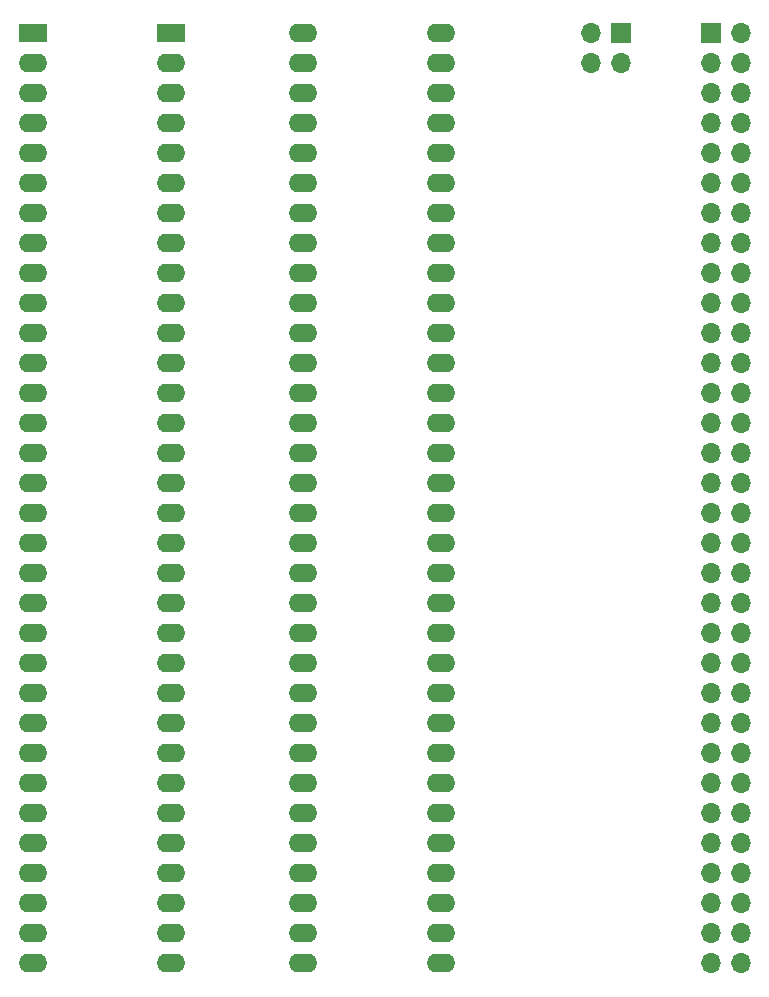
<source format=gbr>
%TF.GenerationSoftware,KiCad,Pcbnew,(5.1.10-1-10_14)*%
%TF.CreationDate,2022-07-08T21:32:07+01:00*%
%TF.ProjectId,68k_debug,36386b5f-6465-4627-9567-2e6b69636164,rev?*%
%TF.SameCoordinates,Original*%
%TF.FileFunction,Soldermask,Bot*%
%TF.FilePolarity,Negative*%
%FSLAX46Y46*%
G04 Gerber Fmt 4.6, Leading zero omitted, Abs format (unit mm)*
G04 Created by KiCad (PCBNEW (5.1.10-1-10_14)) date 2022-07-08 21:32:07*
%MOMM*%
%LPD*%
G01*
G04 APERTURE LIST*
%ADD10O,1.700000X1.700000*%
%ADD11R,1.700000X1.700000*%
%ADD12O,2.400000X1.600000*%
%ADD13R,2.400000X1.600000*%
G04 APERTURE END LIST*
D10*
%TO.C,J1*%
X139700000Y-137840000D03*
X137160000Y-137840000D03*
X139700000Y-135300000D03*
X137160000Y-135300000D03*
X139700000Y-132760000D03*
X137160000Y-132760000D03*
X139700000Y-130220000D03*
X137160000Y-130220000D03*
X139700000Y-127680000D03*
X137160000Y-127680000D03*
X139700000Y-125140000D03*
X137160000Y-125140000D03*
X139700000Y-122600000D03*
X137160000Y-122600000D03*
X139700000Y-120060000D03*
X137160000Y-120060000D03*
X139700000Y-117520000D03*
X137160000Y-117520000D03*
X139700000Y-114980000D03*
X137160000Y-114980000D03*
X139700000Y-112440000D03*
X137160000Y-112440000D03*
X139700000Y-109900000D03*
X137160000Y-109900000D03*
X139700000Y-107360000D03*
X137160000Y-107360000D03*
X139700000Y-104820000D03*
X137160000Y-104820000D03*
X139700000Y-102280000D03*
X137160000Y-102280000D03*
X139700000Y-99740000D03*
X137160000Y-99740000D03*
X139700000Y-97200000D03*
X137160000Y-97200000D03*
X139700000Y-94660000D03*
X137160000Y-94660000D03*
X139700000Y-92120000D03*
X137160000Y-92120000D03*
X139700000Y-89580000D03*
X137160000Y-89580000D03*
X139700000Y-87040000D03*
X137160000Y-87040000D03*
X139700000Y-84500000D03*
X137160000Y-84500000D03*
X139700000Y-81960000D03*
X137160000Y-81960000D03*
X139700000Y-79420000D03*
X137160000Y-79420000D03*
X139700000Y-76880000D03*
X137160000Y-76880000D03*
X139700000Y-74340000D03*
X137160000Y-74340000D03*
X139700000Y-71800000D03*
X137160000Y-71800000D03*
X139700000Y-69260000D03*
X137160000Y-69260000D03*
X139700000Y-66720000D03*
X137160000Y-66720000D03*
X139700000Y-64180000D03*
X137160000Y-64180000D03*
X139700000Y-61640000D03*
X137160000Y-61640000D03*
X139700000Y-59100000D03*
D11*
X137160000Y-59100000D03*
%TD*%
D10*
%TO.C,J2*%
X127000000Y-61640000D03*
X129540000Y-61640000D03*
X127000000Y-59100000D03*
D11*
X129540000Y-59100000D03*
%TD*%
D12*
%TO.C,U2*%
X102560000Y-59100000D03*
X79700000Y-137840000D03*
X102560000Y-61640000D03*
X79700000Y-135300000D03*
X102560000Y-64180000D03*
X79700000Y-132760000D03*
X102560000Y-66720000D03*
X79700000Y-130220000D03*
X102560000Y-69260000D03*
X79700000Y-127680000D03*
X102560000Y-71800000D03*
X79700000Y-125140000D03*
X102560000Y-74340000D03*
X79700000Y-122600000D03*
X102560000Y-76880000D03*
X79700000Y-120060000D03*
X102560000Y-79420000D03*
X79700000Y-117520000D03*
X102560000Y-81960000D03*
X79700000Y-114980000D03*
X102560000Y-84500000D03*
X79700000Y-112440000D03*
X102560000Y-87040000D03*
X79700000Y-109900000D03*
X102560000Y-89580000D03*
X79700000Y-107360000D03*
X102560000Y-92120000D03*
X79700000Y-104820000D03*
X102560000Y-94660000D03*
X79700000Y-102280000D03*
X102560000Y-97200000D03*
X79700000Y-99740000D03*
X102560000Y-99740000D03*
X79700000Y-97200000D03*
X102560000Y-102280000D03*
X79700000Y-94660000D03*
X102560000Y-104820000D03*
X79700000Y-92120000D03*
X102560000Y-107360000D03*
X79700000Y-89580000D03*
X102560000Y-109900000D03*
X79700000Y-87040000D03*
X102560000Y-112440000D03*
X79700000Y-84500000D03*
X102560000Y-114980000D03*
X79700000Y-81960000D03*
X102560000Y-117520000D03*
X79700000Y-79420000D03*
X102560000Y-120060000D03*
X79700000Y-76880000D03*
X102560000Y-122600000D03*
X79700000Y-74340000D03*
X102560000Y-125140000D03*
X79700000Y-71800000D03*
X102560000Y-127680000D03*
X79700000Y-69260000D03*
X102560000Y-130220000D03*
X79700000Y-66720000D03*
X102560000Y-132760000D03*
X79700000Y-64180000D03*
X102560000Y-135300000D03*
X79700000Y-61640000D03*
X102560000Y-137840000D03*
D13*
X79700000Y-59100000D03*
%TD*%
D12*
%TO.C,U1*%
X114300000Y-59100000D03*
X91440000Y-137840000D03*
X114300000Y-61640000D03*
X91440000Y-135300000D03*
X114300000Y-64180000D03*
X91440000Y-132760000D03*
X114300000Y-66720000D03*
X91440000Y-130220000D03*
X114300000Y-69260000D03*
X91440000Y-127680000D03*
X114300000Y-71800000D03*
X91440000Y-125140000D03*
X114300000Y-74340000D03*
X91440000Y-122600000D03*
X114300000Y-76880000D03*
X91440000Y-120060000D03*
X114300000Y-79420000D03*
X91440000Y-117520000D03*
X114300000Y-81960000D03*
X91440000Y-114980000D03*
X114300000Y-84500000D03*
X91440000Y-112440000D03*
X114300000Y-87040000D03*
X91440000Y-109900000D03*
X114300000Y-89580000D03*
X91440000Y-107360000D03*
X114300000Y-92120000D03*
X91440000Y-104820000D03*
X114300000Y-94660000D03*
X91440000Y-102280000D03*
X114300000Y-97200000D03*
X91440000Y-99740000D03*
X114300000Y-99740000D03*
X91440000Y-97200000D03*
X114300000Y-102280000D03*
X91440000Y-94660000D03*
X114300000Y-104820000D03*
X91440000Y-92120000D03*
X114300000Y-107360000D03*
X91440000Y-89580000D03*
X114300000Y-109900000D03*
X91440000Y-87040000D03*
X114300000Y-112440000D03*
X91440000Y-84500000D03*
X114300000Y-114980000D03*
X91440000Y-81960000D03*
X114300000Y-117520000D03*
X91440000Y-79420000D03*
X114300000Y-120060000D03*
X91440000Y-76880000D03*
X114300000Y-122600000D03*
X91440000Y-74340000D03*
X114300000Y-125140000D03*
X91440000Y-71800000D03*
X114300000Y-127680000D03*
X91440000Y-69260000D03*
X114300000Y-130220000D03*
X91440000Y-66720000D03*
X114300000Y-132760000D03*
X91440000Y-64180000D03*
X114300000Y-135300000D03*
X91440000Y-61640000D03*
X114300000Y-137840000D03*
D13*
X91440000Y-59100000D03*
%TD*%
M02*

</source>
